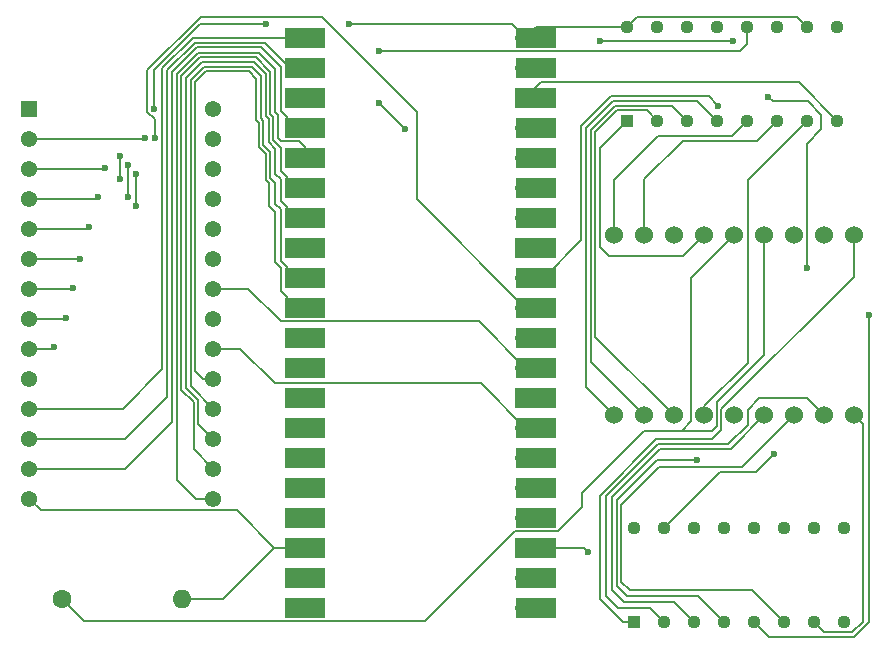
<source format=gbr>
%TF.GenerationSoftware,KiCad,Pcbnew,8.0.0*%
%TF.CreationDate,2025-04-21T08:56:31-05:00*%
%TF.ProjectId,drako-cyberstorm,6472616b-6f2d-4637-9962-657273746f72,2*%
%TF.SameCoordinates,Original*%
%TF.FileFunction,Copper,L1,Top*%
%TF.FilePolarity,Positive*%
%FSLAX46Y46*%
G04 Gerber Fmt 4.6, Leading zero omitted, Abs format (unit mm)*
G04 Created by KiCad (PCBNEW 8.0.0) date 2025-04-21 08:56:31*
%MOMM*%
%LPD*%
G01*
G04 APERTURE LIST*
%TA.AperFunction,ComponentPad*%
%ADD10C,1.600000*%
%TD*%
%TA.AperFunction,ComponentPad*%
%ADD11O,1.600000X1.600000*%
%TD*%
%TA.AperFunction,ComponentPad*%
%ADD12R,1.130000X1.130000*%
%TD*%
%TA.AperFunction,ComponentPad*%
%ADD13C,1.130000*%
%TD*%
%TA.AperFunction,ComponentPad*%
%ADD14R,1.378000X1.378000*%
%TD*%
%TA.AperFunction,ComponentPad*%
%ADD15C,1.378000*%
%TD*%
%TA.AperFunction,ComponentPad*%
%ADD16O,1.700000X1.700000*%
%TD*%
%TA.AperFunction,SMDPad,CuDef*%
%ADD17R,3.500000X1.700000*%
%TD*%
%TA.AperFunction,ComponentPad*%
%ADD18R,1.700000X1.700000*%
%TD*%
%TA.AperFunction,ComponentPad*%
%ADD19C,1.524000*%
%TD*%
%TA.AperFunction,ViaPad*%
%ADD20C,0.600000*%
%TD*%
%TA.AperFunction,Conductor*%
%ADD21C,0.200000*%
%TD*%
G04 APERTURE END LIST*
D10*
%TO.P,R1,1*%
%TO.N,Net-(Dual-7-Seg1-GND_{1})*%
X80670000Y-99250000D03*
D11*
%TO.P,R1,2*%
%TO.N,Net-(U2-GND)*%
X90830000Y-99250000D03*
%TD*%
D12*
%TO.P,U3,1,QB*%
%TO.N,Net-(Dual-7-Seg1-B_{1})*%
X128550000Y-58757500D03*
D13*
%TO.P,U3,2,QC*%
%TO.N,Net-(Dual-7-Seg1-C_{1})*%
X131090000Y-58757500D03*
%TO.P,U3,3,QD*%
%TO.N,Net-(Dual-7-Seg1-D_{1})*%
X133630000Y-58757500D03*
%TO.P,U3,4,QE*%
%TO.N,Net-(Dual-7-Seg1-E_{1})*%
X136170000Y-58757500D03*
%TO.P,U3,5,QF*%
%TO.N,Net-(Dual-7-Seg1-F_{1})*%
X138710000Y-58757500D03*
%TO.P,U3,6,QG*%
%TO.N,Net-(Dual-7-Seg1-G_{1})*%
X141250000Y-58757500D03*
%TO.P,U3,7,QH*%
%TO.N,Net-(Dual-7-Seg1-DP_{1})*%
X143790000Y-58757500D03*
%TO.P,U3,8,GND*%
%TO.N,Net-(U2-GND)*%
X146330000Y-58757500D03*
%TO.P,U3,9,QH'*%
%TO.N,Net-(U3-QH')*%
X146330000Y-50817500D03*
%TO.P,U3,10,~{SRCLR}*%
%TO.N,Net-(U1-VBUS)*%
X143790000Y-50817500D03*
%TO.P,U3,11,SRCLK*%
%TO.N,/DATA3*%
X141250000Y-50817500D03*
%TO.P,U3,12,RCLK*%
%TO.N,/DATA1*%
X138710000Y-50817500D03*
%TO.P,U3,13,~{OE}*%
%TO.N,Net-(U1-GPIO27_ADC1)*%
X136170000Y-50817500D03*
%TO.P,U3,14,SER*%
%TO.N,/DATA2*%
X133630000Y-50817500D03*
%TO.P,U3,15,QA*%
%TO.N,Net-(Dual-7-Seg1-A_{1})*%
X131090000Y-50817500D03*
%TO.P,U3,16,VCC*%
%TO.N,Net-(U1-VBUS)*%
X128550000Y-50817500D03*
%TD*%
D14*
%TO.P,U2,1*%
%TO.N,N/C*%
X77942500Y-57740000D03*
D15*
%TO.P,U2,2,A12*%
%TO.N,/A12*%
X77942500Y-60280000D03*
%TO.P,U2,3,A7*%
%TO.N,/A7*%
X77942500Y-62820000D03*
%TO.P,U2,4,A6*%
%TO.N,/A6*%
X77942500Y-65360000D03*
%TO.P,U2,5,A5*%
%TO.N,/A5*%
X77942500Y-67900000D03*
%TO.P,U2,6,A4*%
%TO.N,/A4*%
X77942500Y-70440000D03*
%TO.P,U2,7,A3*%
%TO.N,/A3*%
X77942500Y-72980000D03*
%TO.P,U2,8,A2*%
%TO.N,/A2*%
X77942500Y-75520000D03*
%TO.P,U2,9,A1*%
%TO.N,/A1*%
X77942500Y-78060000D03*
%TO.P,U2,10,A0*%
%TO.N,/A0*%
X77942500Y-80600000D03*
%TO.P,U2,11,I/O0*%
%TO.N,/DATA0*%
X77942500Y-83140000D03*
%TO.P,U2,12,I/O1*%
%TO.N,/DATA1*%
X77942500Y-85680000D03*
%TO.P,U2,13,I/O2*%
%TO.N,/DATA2*%
X77942500Y-88220000D03*
%TO.P,U2,14,GND*%
%TO.N,Net-(U2-GND)*%
X77942500Y-90760000D03*
%TO.P,U2,15,I/O3*%
%TO.N,/DATA3*%
X93500000Y-90760000D03*
%TO.P,U2,16,I/O4*%
%TO.N,/DATA4*%
X93500000Y-88220000D03*
%TO.P,U2,17,I/O5*%
%TO.N,/DATA5*%
X93500000Y-85680000D03*
%TO.P,U2,18,I/O6*%
%TO.N,/DATA6*%
X93500000Y-83140000D03*
%TO.P,U2,19,I/O7*%
%TO.N,/DATA7*%
X93500000Y-80600000D03*
%TO.P,U2,20,~{CE}*%
%TO.N,Net-(U1-GPIO21)*%
X93500000Y-78060000D03*
%TO.P,U2,21,A10*%
%TO.N,/A10*%
X93500000Y-75520000D03*
%TO.P,U2,22,~{OE}*%
%TO.N,Net-(U1-GPIO22)*%
X93500000Y-72980000D03*
%TO.P,U2,23,A11*%
%TO.N,/A11*%
X93500000Y-70440000D03*
%TO.P,U2,24,A9*%
%TO.N,/A9*%
X93500000Y-67900000D03*
%TO.P,U2,25,A8*%
%TO.N,/A8*%
X93500000Y-65360000D03*
%TO.P,U2,26*%
%TO.N,N/C*%
X93500000Y-62820000D03*
%TO.P,U2,27,~{WE}*%
%TO.N,Net-(U1-GPIO26_ADC0)*%
X93500000Y-60280000D03*
%TO.P,U2,28,VCC*%
%TO.N,Net-(U1-VBUS)*%
X93500000Y-57740000D03*
%TD*%
D12*
%TO.P,U4,1,QB*%
%TO.N,Net-(Dual-7-Seg1-B_{2})*%
X129110000Y-101197500D03*
D13*
%TO.P,U4,2,QC*%
%TO.N,Net-(Dual-7-Seg1-C_{2})*%
X131650000Y-101197500D03*
%TO.P,U4,3,QD*%
%TO.N,Net-(Dual-7-Seg1-D_{2})*%
X134190000Y-101197500D03*
%TO.P,U4,4,QE*%
%TO.N,Net-(Dual-7-Seg1-E_{2})*%
X136730000Y-101197500D03*
%TO.P,U4,5,QF*%
%TO.N,Net-(Dual-7-Seg1-F_{2})*%
X139270000Y-101197500D03*
%TO.P,U4,6,QG*%
%TO.N,Net-(Dual-7-Seg1-G_{2})*%
X141810000Y-101197500D03*
%TO.P,U4,7,QH*%
%TO.N,Net-(Dual-7-Seg1-DP_{2})*%
X144350000Y-101197500D03*
%TO.P,U4,8,GND*%
%TO.N,Net-(U2-GND)*%
X146890000Y-101197500D03*
%TO.P,U4,9,QH'*%
%TO.N,unconnected-(U4-QH'-Pad9)*%
X146890000Y-93257500D03*
%TO.P,U4,10,~{SRCLR}*%
%TO.N,Net-(U1-VBUS)*%
X144350000Y-93257500D03*
%TO.P,U4,11,SRCLK*%
%TO.N,/DATA3*%
X141810000Y-93257500D03*
%TO.P,U4,12,RCLK*%
%TO.N,Net-(U3-QH')*%
X139270000Y-93257500D03*
%TO.P,U4,13,~{OE}*%
%TO.N,Net-(U1-GPIO27_ADC1)*%
X136730000Y-93257500D03*
%TO.P,U4,14,SER*%
%TO.N,/DATA2*%
X134190000Y-93257500D03*
%TO.P,U4,15,QA*%
%TO.N,Net-(Dual-7-Seg1-A_{2})*%
X131650000Y-93257500D03*
%TO.P,U4,16,VCC*%
%TO.N,Net-(U1-VBUS)*%
X129110000Y-93257500D03*
%TD*%
D16*
%TO.P,U1,1,GPIO0*%
%TO.N,/DATA0*%
X102160000Y-51730000D03*
D17*
X101260000Y-51730000D03*
D16*
%TO.P,U1,2,GPIO1*%
%TO.N,/DATA1*%
X102160000Y-54270000D03*
D17*
X101260000Y-54270000D03*
D18*
%TO.P,U1,3,GND*%
%TO.N,Net-(U2-GND)*%
X102160000Y-56810000D03*
D17*
X101260000Y-56810000D03*
D16*
%TO.P,U1,4,GPIO2*%
%TO.N,/DATA2*%
X102160000Y-59350000D03*
D17*
X101260000Y-59350000D03*
D16*
%TO.P,U1,5,GPIO3*%
%TO.N,/DATA3*%
X102160000Y-61890000D03*
D17*
X101260000Y-61890000D03*
D16*
%TO.P,U1,6,GPIO4*%
%TO.N,/DATA4*%
X102160000Y-64430000D03*
D17*
X101260000Y-64430000D03*
D16*
%TO.P,U1,7,GPIO5*%
%TO.N,/DATA5*%
X102160000Y-66970000D03*
D17*
X101260000Y-66970000D03*
D18*
%TO.P,U1,8,GND*%
%TO.N,Net-(U2-GND)*%
X102160000Y-69510000D03*
D17*
X101260000Y-69510000D03*
D16*
%TO.P,U1,9,GPIO6*%
%TO.N,/DATA6*%
X102160000Y-72050000D03*
D17*
X101260000Y-72050000D03*
D16*
%TO.P,U1,10,GPIO7*%
%TO.N,/DATA7*%
X102160000Y-74590000D03*
D17*
X101260000Y-74590000D03*
D16*
%TO.P,U1,11,GPIO8*%
%TO.N,/A0*%
X102160000Y-77130000D03*
D17*
X101260000Y-77130000D03*
D16*
%TO.P,U1,12,GPIO9*%
%TO.N,/A1*%
X102160000Y-79670000D03*
D17*
X101260000Y-79670000D03*
D18*
%TO.P,U1,13,GND*%
%TO.N,unconnected-(U1-GND-Pad13)*%
X102160000Y-82210000D03*
D17*
X101260000Y-82210000D03*
D16*
%TO.P,U1,14,GPIO10*%
%TO.N,/A2*%
X102160000Y-84750000D03*
D17*
X101260000Y-84750000D03*
D16*
%TO.P,U1,15,GPIO11*%
%TO.N,/A3*%
X102160000Y-87290000D03*
D17*
X101260000Y-87290000D03*
D16*
%TO.P,U1,16,GPIO12*%
%TO.N,/A4*%
X102160000Y-89830000D03*
D17*
X101260000Y-89830000D03*
D16*
%TO.P,U1,17,GPIO13*%
%TO.N,/A5*%
X102160000Y-92370000D03*
D17*
X101260000Y-92370000D03*
D18*
%TO.P,U1,18,GND*%
%TO.N,Net-(U2-GND)*%
X102160000Y-94910000D03*
D17*
X101260000Y-94910000D03*
D16*
%TO.P,U1,19,GPIO14*%
%TO.N,/A6*%
X102160000Y-97450000D03*
D17*
X101260000Y-97450000D03*
D16*
%TO.P,U1,20,GPIO15*%
%TO.N,/A7*%
X102160000Y-99990000D03*
D17*
X101260000Y-99990000D03*
D16*
%TO.P,U1,21,GPIO16*%
%TO.N,/A8*%
X119940000Y-99990000D03*
D17*
X120840000Y-99990000D03*
D16*
%TO.P,U1,22,GPIO17*%
%TO.N,/A9*%
X119940000Y-97450000D03*
D17*
X120840000Y-97450000D03*
D18*
%TO.P,U1,23,GND*%
%TO.N,Net-(U2-GND)*%
X119940000Y-94910000D03*
D17*
X120840000Y-94910000D03*
D16*
%TO.P,U1,24,GPIO18*%
%TO.N,/A10*%
X119940000Y-92370000D03*
D17*
X120840000Y-92370000D03*
D16*
%TO.P,U1,25,GPIO19*%
%TO.N,/A11*%
X119940000Y-89830000D03*
D17*
X120840000Y-89830000D03*
D16*
%TO.P,U1,26,GPIO20*%
%TO.N,/A12*%
X119940000Y-87290000D03*
D17*
X120840000Y-87290000D03*
D16*
%TO.P,U1,27,GPIO21*%
%TO.N,Net-(U1-GPIO21)*%
X119940000Y-84750000D03*
D17*
X120840000Y-84750000D03*
D18*
%TO.P,U1,28,GND*%
%TO.N,Net-(U2-GND)*%
X119940000Y-82210000D03*
D17*
X120840000Y-82210000D03*
D16*
%TO.P,U1,29,GPIO22*%
%TO.N,Net-(U1-GPIO22)*%
X119940000Y-79670000D03*
D17*
X120840000Y-79670000D03*
D16*
%TO.P,U1,30,RUN*%
%TO.N,unconnected-(U1-RUN-Pad30)*%
X119940000Y-77130000D03*
D17*
X120840000Y-77130000D03*
D16*
%TO.P,U1,31,GPIO26_ADC0*%
%TO.N,Net-(U1-GPIO26_ADC0)*%
X119940000Y-74590000D03*
D17*
X120840000Y-74590000D03*
D16*
%TO.P,U1,32,GPIO27_ADC1*%
%TO.N,Net-(U1-GPIO27_ADC1)*%
X119940000Y-72050000D03*
D17*
X120840000Y-72050000D03*
D18*
%TO.P,U1,33,AGND*%
%TO.N,unconnected-(U1-AGND-Pad33)*%
X119940000Y-69510000D03*
D17*
X120840000Y-69510000D03*
D16*
%TO.P,U1,34,GPIO28_ADC2*%
%TO.N,unconnected-(U1-GPIO28_ADC2-Pad34)*%
X119940000Y-66970000D03*
D17*
X120840000Y-66970000D03*
D16*
%TO.P,U1,35,ADC_VREF*%
%TO.N,unconnected-(U1-ADC_VREF-Pad35)*%
X119940000Y-64430000D03*
D17*
X120840000Y-64430000D03*
D16*
%TO.P,U1,36,3V3*%
%TO.N,unconnected-(U1-3V3-Pad36)*%
X119940000Y-61890000D03*
D17*
X120840000Y-61890000D03*
D16*
%TO.P,U1,37,3V3_EN*%
%TO.N,unconnected-(U1-3V3_EN-Pad37)*%
X119940000Y-59350000D03*
D17*
X120840000Y-59350000D03*
D18*
%TO.P,U1,38,GND*%
%TO.N,Net-(U2-GND)*%
X119940000Y-56810000D03*
D17*
X120840000Y-56810000D03*
D16*
%TO.P,U1,39,VSYS*%
%TO.N,unconnected-(U1-VSYS-Pad39)*%
X119940000Y-54270000D03*
D17*
X120840000Y-54270000D03*
D16*
%TO.P,U1,40,VBUS*%
%TO.N,Net-(U1-VBUS)*%
X119940000Y-51730000D03*
D17*
X120840000Y-51730000D03*
%TD*%
D19*
%TO.P,Dual-7-Seg1,1,E_{1}*%
%TO.N,Net-(Dual-7-Seg1-E_{1})*%
X127440000Y-83720000D03*
%TO.P,Dual-7-Seg1,2,D_{1}*%
%TO.N,Net-(Dual-7-Seg1-D_{1})*%
X129980000Y-83720000D03*
%TO.P,Dual-7-Seg1,3,C_{1}*%
%TO.N,Net-(Dual-7-Seg1-C_{1})*%
X132520000Y-83720000D03*
%TO.P,Dual-7-Seg1,4,DP_{1}*%
%TO.N,Net-(Dual-7-Seg1-DP_{1})*%
X135060000Y-83720000D03*
%TO.P,Dual-7-Seg1,5,E_{2}*%
%TO.N,Net-(Dual-7-Seg1-E_{2})*%
X137600000Y-83720000D03*
%TO.P,Dual-7-Seg1,6,D_{2}*%
%TO.N,Net-(Dual-7-Seg1-D_{2})*%
X140140000Y-83720000D03*
%TO.P,Dual-7-Seg1,7,G_{2}*%
%TO.N,Net-(Dual-7-Seg1-G_{2})*%
X142680000Y-83720000D03*
%TO.P,Dual-7-Seg1,8,C_{2}*%
%TO.N,Net-(Dual-7-Seg1-C_{2})*%
X145220000Y-83720000D03*
%TO.P,Dual-7-Seg1,9,DP_{2}*%
%TO.N,Net-(Dual-7-Seg1-DP_{2})*%
X147760000Y-83720000D03*
%TO.P,Dual-7-Seg1,10,B_{2}*%
%TO.N,Net-(Dual-7-Seg1-B_{2})*%
X147760000Y-68480000D03*
%TO.P,Dual-7-Seg1,11,A_{2}*%
%TO.N,Net-(Dual-7-Seg1-A_{2})*%
X145220000Y-68480000D03*
%TO.P,Dual-7-Seg1,12,F_{2}*%
%TO.N,Net-(Dual-7-Seg1-F_{2})*%
X142680000Y-68480000D03*
%TO.P,Dual-7-Seg1,13,GND_{2}*%
%TO.N,Net-(Dual-7-Seg1-GND_{1})*%
X140140000Y-68480000D03*
%TO.P,Dual-7-Seg1,14,GND_{1}*%
X137600000Y-68480000D03*
%TO.P,Dual-7-Seg1,15,B_{1}*%
%TO.N,Net-(Dual-7-Seg1-B_{1})*%
X135060000Y-68480000D03*
%TO.P,Dual-7-Seg1,16,A_{1}*%
%TO.N,Net-(Dual-7-Seg1-A_{1})*%
X132520000Y-68480000D03*
%TO.P,Dual-7-Seg1,17,G_{1}*%
%TO.N,Net-(Dual-7-Seg1-G_{1})*%
X129980000Y-68480000D03*
%TO.P,Dual-7-Seg1,18,F_{1}*%
%TO.N,Net-(Dual-7-Seg1-F_{1})*%
X127440000Y-68480000D03*
%TD*%
D20*
%TO.N,Net-(U1-VBUS)*%
X98000000Y-50580000D03*
X105019942Y-50569404D03*
X88500000Y-57750000D03*
%TO.N,Net-(U1-GPIO27_ADC1)*%
X136250000Y-57500000D03*
%TO.N,Net-(U2-GND)*%
X125250000Y-95250000D03*
X107500000Y-57250000D03*
X109750000Y-59500000D03*
%TO.N,Net-(Dual-7-Seg1-A_{2})*%
X141000000Y-87000000D03*
%TO.N,Net-(Dual-7-Seg1-E_{2})*%
X134500000Y-87500000D03*
%TO.N,Net-(Dual-7-Seg1-F_{2})*%
X149000000Y-75250000D03*
%TO.N,/DATA1*%
X107510172Y-52894395D03*
%TO.N,/DATA3*%
X143750000Y-71250000D03*
X137500000Y-52000000D03*
X126250000Y-52000000D03*
X140500000Y-56750000D03*
%TO.N,/A1*%
X80000000Y-77957500D03*
%TO.N,/A5*%
X83000000Y-67750000D03*
%TO.N,/A12*%
X87750000Y-60250000D03*
%TO.N,/A7*%
X84350000Y-62750000D03*
%TO.N,/A3*%
X81600000Y-72957500D03*
%TO.N,/A11*%
X87000000Y-66000000D03*
X87000000Y-63250000D03*
%TO.N,/A9*%
X85600000Y-61775001D03*
X85575735Y-63674265D03*
%TO.N,/A10*%
X86250000Y-65250000D03*
X86250000Y-62500000D03*
%TO.N,/A2*%
X81000000Y-75457500D03*
%TO.N,/A4*%
X82250000Y-70500000D03*
%TO.N,/A6*%
X83750000Y-65250000D03*
%TO.N,Net-(U1-GPIO26_ADC0)*%
X88550003Y-60250000D03*
%TD*%
D21*
%TO.N,Net-(U1-VBUS)*%
X142925000Y-49952500D02*
X143790000Y-50817500D01*
X105019942Y-50569404D02*
X118779404Y-50569404D01*
X120852500Y-50817500D02*
X128550000Y-50817500D01*
X98000000Y-50580000D02*
X92394514Y-50580000D01*
X92394514Y-50580000D02*
X88500000Y-54474514D01*
X88500000Y-54474514D02*
X88500000Y-57750000D01*
X119940000Y-51730000D02*
X120852500Y-50817500D01*
X129415000Y-49952500D02*
X142925000Y-49952500D01*
X118779404Y-50569404D02*
X119940000Y-51730000D01*
X128550000Y-50817500D02*
X129415000Y-49952500D01*
%TO.N,Net-(U1-GPIO27_ADC1)*%
X127176128Y-56692500D02*
X124650000Y-59218630D01*
X135442500Y-56692500D02*
X127176128Y-56692500D01*
X124650000Y-68900000D02*
X121500000Y-72050000D01*
X124650000Y-59218630D02*
X124650000Y-68900000D01*
X136250000Y-57500000D02*
X135442500Y-56692500D01*
X121500000Y-72050000D02*
X119940000Y-72050000D01*
%TO.N,Net-(U2-GND)*%
X94320000Y-99250000D02*
X90830000Y-99250000D01*
X124910000Y-94910000D02*
X119940000Y-94910000D01*
X95499000Y-91749000D02*
X98660000Y-94910000D01*
X78931500Y-91749000D02*
X95499000Y-91749000D01*
X98660000Y-94910000D02*
X94320000Y-99250000D01*
X98660000Y-94910000D02*
X102160000Y-94910000D01*
X119940000Y-56810000D02*
X121250000Y-55500000D01*
X107500000Y-57250000D02*
X109750000Y-59500000D01*
X77942500Y-90760000D02*
X78931500Y-91749000D01*
X125250000Y-95250000D02*
X124910000Y-94910000D01*
X143072500Y-55500000D02*
X146330000Y-58757500D01*
X121250000Y-55500000D02*
X143072500Y-55500000D01*
%TO.N,Net-(Dual-7-Seg1-A_{2})*%
X139500000Y-88500000D02*
X141000000Y-87000000D01*
X136407500Y-88500000D02*
X139500000Y-88500000D01*
X131650000Y-93257500D02*
X136407500Y-88500000D01*
%TO.N,Net-(Dual-7-Seg1-F_{1})*%
X131188407Y-60061593D02*
X127440000Y-63810000D01*
X138710000Y-58757500D02*
X137405907Y-60061593D01*
X127440000Y-63810000D02*
X127440000Y-68480000D01*
X137405907Y-60061593D02*
X131188407Y-60061593D01*
%TO.N,Net-(Dual-7-Seg1-B_{2})*%
X136538000Y-84962000D02*
X136538000Y-83212000D01*
X129110000Y-101197500D02*
X128197500Y-101197500D01*
X136538000Y-83212000D02*
X147760000Y-71990000D01*
X147760000Y-71990000D02*
X147760000Y-68480000D01*
X126250000Y-99250000D02*
X126250000Y-90500000D01*
X135750000Y-85750000D02*
X136538000Y-84962000D01*
X126250000Y-90500000D02*
X131000000Y-85750000D01*
X131000000Y-85750000D02*
X135750000Y-85750000D01*
X128197500Y-101197500D02*
X126250000Y-99250000D01*
%TO.N,Net-(Dual-7-Seg1-E_{2})*%
X134532500Y-99000000D02*
X128500000Y-99000000D01*
X128500000Y-99000000D02*
X127650000Y-98150000D01*
X127650000Y-98150000D02*
X127650000Y-90900000D01*
X136730000Y-101197500D02*
X134532500Y-99000000D01*
X131050000Y-87500000D02*
X134500000Y-87500000D01*
X127650000Y-90900000D02*
X131050000Y-87500000D01*
%TO.N,Net-(Dual-7-Seg1-G_{2})*%
X138300000Y-88100000D02*
X142680000Y-83720000D01*
X139112500Y-98500000D02*
X128750000Y-98500000D01*
X141810000Y-101197500D02*
X139112500Y-98500000D01*
X128050000Y-91300000D02*
X131250000Y-88100000D01*
X128750000Y-98500000D02*
X128050000Y-97800000D01*
X131250000Y-88100000D02*
X138300000Y-88100000D01*
X128050000Y-97800000D02*
X128050000Y-91300000D01*
%TO.N,Net-(Dual-7-Seg1-DP_{1})*%
X143790000Y-58757500D02*
X138750000Y-63797500D01*
X135060000Y-82940000D02*
X135060000Y-83720000D01*
X138750000Y-63797500D02*
X138750000Y-79250000D01*
X138750000Y-79250000D02*
X135060000Y-82940000D01*
%TO.N,Net-(Dual-7-Seg1-GND_{1})*%
X133998000Y-84159895D02*
X133998000Y-72082000D01*
X124750000Y-90250000D02*
X130000000Y-85000000D01*
X130000000Y-85000000D02*
X133157895Y-85000000D01*
X124750000Y-91500000D02*
X124750000Y-90250000D01*
X136138000Y-84612000D02*
X136138000Y-82612000D01*
X122730000Y-93520000D02*
X124750000Y-91500000D01*
X135750000Y-85000000D02*
X136138000Y-84612000D01*
X140140000Y-78610000D02*
X140140000Y-68480000D01*
X119030000Y-93520000D02*
X122730000Y-93520000D01*
X133157895Y-85000000D02*
X135750000Y-85000000D01*
X111410000Y-101140000D02*
X119030000Y-93520000D01*
X80670000Y-99250000D02*
X82560000Y-101140000D01*
X133998000Y-72082000D02*
X137600000Y-68480000D01*
X82560000Y-101140000D02*
X111410000Y-101140000D01*
X136138000Y-82612000D02*
X140140000Y-78610000D01*
X133157895Y-85000000D02*
X133998000Y-84159895D01*
%TO.N,Net-(Dual-7-Seg1-DP_{2})*%
X148500000Y-84460000D02*
X147760000Y-83720000D01*
X144350000Y-101197500D02*
X145215000Y-102062500D01*
X148500000Y-101184314D02*
X148500000Y-84460000D01*
X147621814Y-102062500D02*
X148500000Y-101184314D01*
X145215000Y-102062500D02*
X147621814Y-102062500D01*
%TO.N,Net-(Dual-7-Seg1-E_{1})*%
X136170000Y-58757500D02*
X134505000Y-57092500D01*
X127341814Y-57092500D02*
X125050000Y-59384315D01*
X125050000Y-59384315D02*
X125050000Y-81330000D01*
X134505000Y-57092500D02*
X127341814Y-57092500D01*
X125050000Y-81330000D02*
X127440000Y-83720000D01*
%TO.N,Net-(Dual-7-Seg1-C_{2})*%
X137100000Y-86150000D02*
X138750000Y-84500000D01*
X126750000Y-90565686D02*
X131165686Y-86150000D01*
X131650000Y-101197500D02*
X130452500Y-100000000D01*
X131165686Y-86150000D02*
X137100000Y-86150000D01*
X138750000Y-84500000D02*
X138750000Y-83250000D01*
X130452500Y-100000000D02*
X127750000Y-100000000D01*
X138750000Y-83250000D02*
X139750000Y-82250000D01*
X127750000Y-100000000D02*
X126750000Y-99000000D01*
X126750000Y-99000000D02*
X126750000Y-90565686D01*
X143750000Y-82250000D02*
X145220000Y-83720000D01*
X139750000Y-82250000D02*
X143750000Y-82250000D01*
%TO.N,Net-(Dual-7-Seg1-B_{1})*%
X126250000Y-69500000D02*
X127000000Y-70250000D01*
X128550000Y-58757500D02*
X126250000Y-61057500D01*
X127000000Y-70250000D02*
X133290000Y-70250000D01*
X133290000Y-70250000D02*
X135060000Y-68480000D01*
X126250000Y-61057500D02*
X126250000Y-69500000D01*
%TO.N,Net-(Dual-7-Seg1-D_{2})*%
X134190000Y-101197500D02*
X132492500Y-99500000D01*
X127250000Y-98500000D02*
X127250000Y-90631372D01*
X131331372Y-86550000D02*
X137310000Y-86550000D01*
X132492500Y-99500000D02*
X128250000Y-99500000D01*
X127250000Y-90631372D02*
X131331372Y-86550000D01*
X128250000Y-99500000D02*
X127250000Y-98500000D01*
X137310000Y-86550000D02*
X140140000Y-83720000D01*
%TO.N,Net-(Dual-7-Seg1-D_{1})*%
X132365000Y-57492500D02*
X127507500Y-57492500D01*
X125450000Y-79190000D02*
X129980000Y-83720000D01*
X125450000Y-59550000D02*
X125450000Y-79190000D01*
X127507500Y-57492500D02*
X125450000Y-59550000D01*
X133630000Y-58757500D02*
X132365000Y-57492500D01*
%TO.N,Net-(Dual-7-Seg1-F_{2})*%
X140572500Y-102500000D02*
X147000000Y-102500000D01*
X147750000Y-102500000D02*
X149000000Y-101250000D01*
X139270000Y-101197500D02*
X140572500Y-102500000D01*
X149000000Y-101250000D02*
X149000000Y-75250000D01*
X147000000Y-102500000D02*
X147750000Y-102500000D01*
%TO.N,Net-(Dual-7-Seg1-G_{1})*%
X139545907Y-60461593D02*
X133250000Y-60461593D01*
X129980000Y-63731593D02*
X129980000Y-68480000D01*
X133250000Y-60461593D02*
X129980000Y-63731593D01*
X141250000Y-58757500D02*
X139545907Y-60461593D01*
%TO.N,/DATA6*%
X98750000Y-64000000D02*
X98350000Y-63600000D01*
X92734314Y-54200000D02*
X91600000Y-55334314D01*
X98350000Y-63600000D02*
X98350000Y-61400000D01*
X96750000Y-54200000D02*
X92734314Y-54200000D01*
X91600000Y-55334314D02*
X91600000Y-81240000D01*
X97550000Y-58562741D02*
X97550000Y-55000000D01*
X99210000Y-66250000D02*
X98750000Y-65790000D01*
X100600000Y-72050000D02*
X99210000Y-70660000D01*
X97750000Y-60800000D02*
X97750000Y-58762741D01*
X91600000Y-81240000D02*
X93500000Y-83140000D01*
X97550000Y-55000000D02*
X96750000Y-54200000D01*
X98350000Y-61400000D02*
X97750000Y-60800000D01*
X97750000Y-58762741D02*
X97550000Y-58562741D01*
X102160000Y-72050000D02*
X100600000Y-72050000D01*
X98750000Y-65790000D02*
X98750000Y-64000000D01*
X99210000Y-70660000D02*
X99210000Y-66250000D01*
%TO.N,/DATA0*%
X85860000Y-83140000D02*
X89200000Y-79800000D01*
X77942500Y-83140000D02*
X85860000Y-83140000D01*
X89200000Y-54340199D02*
X91810199Y-51730000D01*
X89200000Y-79800000D02*
X89200000Y-54340199D01*
X91810199Y-51730000D02*
X102160000Y-51730000D01*
%TO.N,/DATA2*%
X90000000Y-54671571D02*
X92121571Y-52550000D01*
X97510000Y-52550000D02*
X99210000Y-54250000D01*
X99210000Y-57960000D02*
X100600000Y-59350000D01*
X86030000Y-88220000D02*
X90000000Y-84250000D01*
X100600000Y-59350000D02*
X102160000Y-59350000D01*
X92121571Y-52550000D02*
X97510000Y-52550000D01*
X99210000Y-54250000D02*
X99210000Y-57960000D01*
X90000000Y-84250000D02*
X90000000Y-54671571D01*
X77942500Y-88220000D02*
X86030000Y-88220000D01*
%TO.N,/DATA1*%
X89600000Y-82150000D02*
X89600000Y-54505885D01*
X91955886Y-52150000D02*
X97900000Y-52150000D01*
X77942500Y-85680000D02*
X86070000Y-85680000D01*
X138105605Y-52894395D02*
X138710000Y-52290000D01*
X97900000Y-52150000D02*
X100020000Y-54270000D01*
X107510172Y-52894395D02*
X138105605Y-52894395D01*
X100020000Y-54270000D02*
X102160000Y-54270000D01*
X89600000Y-54505885D02*
X91955886Y-52150000D01*
X138710000Y-52290000D02*
X138710000Y-50817500D01*
X86070000Y-85680000D02*
X89600000Y-82150000D01*
%TO.N,/DATA4*%
X98600000Y-58481372D02*
X98600000Y-60415685D01*
X93500000Y-88220000D02*
X91850000Y-86570000D01*
X91850000Y-86570000D02*
X91850000Y-82621372D01*
X92402943Y-53400000D02*
X97100000Y-53400000D01*
X99210000Y-63040000D02*
X100600000Y-64430000D01*
X90800000Y-81571371D02*
X90800000Y-55002943D01*
X100600000Y-64430000D02*
X102160000Y-64430000D01*
X97100000Y-53400000D02*
X98350000Y-54650000D01*
X90800000Y-55002943D02*
X92402943Y-53400000D01*
X99210000Y-61000000D02*
X99210000Y-63040000D01*
X99184315Y-61000000D02*
X99210000Y-61000000D01*
X91850000Y-82621372D02*
X90800000Y-81571371D01*
X98350000Y-54650000D02*
X98350000Y-58231371D01*
X98350000Y-58231371D02*
X98600000Y-58481372D01*
X98600000Y-60415685D02*
X99184315Y-61000000D01*
%TO.N,/DATA3*%
X143750000Y-60750000D02*
X145000000Y-59500000D01*
X145000000Y-58250000D02*
X143872102Y-57122102D01*
X99000000Y-58315686D02*
X99000000Y-60250000D01*
X97394314Y-53000000D02*
X98750000Y-54355686D01*
X99000000Y-60250000D02*
X99250000Y-60500000D01*
X90400000Y-89150000D02*
X90400000Y-54837257D01*
X92010000Y-90760000D02*
X90400000Y-89150000D01*
X93500000Y-90760000D02*
X92010000Y-90760000D01*
X143377898Y-57122102D02*
X140872102Y-57122102D01*
X92237258Y-53000000D02*
X97394314Y-53000000D01*
X90400000Y-54837257D02*
X92237258Y-53000000D01*
X98750000Y-54355686D02*
X98750000Y-58065686D01*
X140872102Y-57122102D02*
X140500000Y-56750000D01*
X99250000Y-60500000D02*
X100770000Y-60500000D01*
X98750000Y-58065686D02*
X99000000Y-58315686D01*
X143872102Y-57122102D02*
X143377898Y-57122102D01*
X126250000Y-52000000D02*
X137500000Y-52000000D01*
X145000000Y-59500000D02*
X145000000Y-58250000D01*
X100770000Y-60500000D02*
X102160000Y-61890000D01*
X143750000Y-71250000D02*
X143750000Y-60750000D01*
%TO.N,/DATA7*%
X92900000Y-54600000D02*
X92000000Y-55500000D01*
X92600000Y-80600000D02*
X93500000Y-80600000D01*
X92000000Y-55500000D02*
X92000000Y-80000000D01*
X92000000Y-80000000D02*
X92600000Y-80600000D01*
X100600000Y-74590000D02*
X99210000Y-73200000D01*
X97350000Y-60965685D02*
X97350000Y-58928427D01*
X102160000Y-74590000D02*
X100600000Y-74590000D01*
X96500000Y-54600000D02*
X92900000Y-54600000D01*
X99210000Y-71225686D02*
X98750000Y-70765685D01*
X97950000Y-63765685D02*
X97950000Y-61565686D01*
X97350000Y-58928427D02*
X97150000Y-58728426D01*
X98217157Y-64032843D02*
X97950000Y-63765685D01*
X97150000Y-55250000D02*
X96500000Y-54600000D01*
X97150000Y-58728426D02*
X97150000Y-55250000D01*
X98750000Y-70765685D02*
X98750000Y-66500000D01*
X97950000Y-61565686D02*
X97350000Y-60965685D01*
X99210000Y-73200000D02*
X99210000Y-71225686D01*
X98750000Y-66500000D02*
X98217157Y-65967157D01*
X98217157Y-65967157D02*
X98217157Y-64032843D01*
%TO.N,/DATA5*%
X91200000Y-81405686D02*
X92250000Y-82455686D01*
X102160000Y-66970000D02*
X100600000Y-66970000D01*
X91200000Y-55168629D02*
X91200000Y-81405686D01*
X98750000Y-63250000D02*
X98750000Y-61131371D01*
X99210000Y-63710000D02*
X98750000Y-63250000D01*
X97950000Y-54815686D02*
X96934314Y-53800000D01*
X97950000Y-58397056D02*
X97950000Y-54815686D01*
X98200000Y-60581370D02*
X98200000Y-58647057D01*
X100600000Y-66970000D02*
X99210000Y-65580000D01*
X98200000Y-58647057D02*
X97950000Y-58397056D01*
X92250000Y-84430000D02*
X93500000Y-85680000D01*
X98750000Y-61131371D02*
X98200000Y-60581370D01*
X99210000Y-65580000D02*
X99210000Y-63710000D01*
X92568628Y-53800000D02*
X91200000Y-55168629D01*
X92250000Y-82455686D02*
X92250000Y-84430000D01*
X96934314Y-53800000D02*
X92568628Y-53800000D01*
%TO.N,/A1*%
X79897500Y-78060000D02*
X77942500Y-78060000D01*
X80000000Y-77957500D02*
X79897500Y-78060000D01*
%TO.N,/A5*%
X83000000Y-67750000D02*
X82850000Y-67900000D01*
X82850000Y-67900000D02*
X77942500Y-67900000D01*
%TO.N,/A12*%
X87750000Y-60250000D02*
X87500000Y-60250000D01*
X87500000Y-60250000D02*
X87470000Y-60280000D01*
X87470000Y-60280000D02*
X77942500Y-60280000D01*
%TO.N,/A7*%
X84350000Y-62750000D02*
X84280000Y-62820000D01*
X84280000Y-62820000D02*
X77942500Y-62820000D01*
%TO.N,/A3*%
X81577500Y-72980000D02*
X77942500Y-72980000D01*
X81600000Y-72957500D02*
X81577500Y-72980000D01*
%TO.N,/A11*%
X87000000Y-66000000D02*
X87000000Y-63250000D01*
%TO.N,/A9*%
X85600000Y-63650000D02*
X85575735Y-63674265D01*
X85600000Y-61775001D02*
X85600000Y-63650000D01*
%TO.N,/A10*%
X86250000Y-62500000D02*
X86250000Y-65250000D01*
%TO.N,/A2*%
X80937500Y-75520000D02*
X77942500Y-75520000D01*
X81000000Y-75457500D02*
X80937500Y-75520000D01*
%TO.N,/A4*%
X81940000Y-70440000D02*
X77942500Y-70440000D01*
X82000000Y-70500000D02*
X81940000Y-70440000D01*
X82250000Y-70500000D02*
X82000000Y-70500000D01*
%TO.N,/A6*%
X83640000Y-65360000D02*
X77942500Y-65360000D01*
X83750000Y-65250000D02*
X83640000Y-65360000D01*
%TO.N,Net-(U1-GPIO26_ADC0)*%
X87900000Y-54508828D02*
X92428828Y-49980000D01*
X110750000Y-58020000D02*
X110750000Y-65400000D01*
X88550003Y-60250000D02*
X88550003Y-58648532D01*
X87900000Y-57998529D02*
X87900000Y-54508828D01*
X88550003Y-58648532D02*
X87900000Y-57998529D01*
X110750000Y-65400000D02*
X119940000Y-74590000D01*
X92428828Y-49980000D02*
X102710000Y-49980000D01*
X102710000Y-49980000D02*
X110750000Y-58020000D01*
%TO.N,Net-(U1-GPIO21)*%
X98750000Y-81000000D02*
X116190000Y-81000000D01*
X116190000Y-81000000D02*
X119940000Y-84750000D01*
X93500000Y-78060000D02*
X95810000Y-78060000D01*
X95810000Y-78060000D02*
X98750000Y-81000000D01*
%TO.N,Net-(U1-GPIO22)*%
X99240000Y-75740000D02*
X116010000Y-75740000D01*
X93500000Y-72980000D02*
X96480000Y-72980000D01*
X116010000Y-75740000D02*
X119940000Y-79670000D01*
X96480000Y-72980000D02*
X99240000Y-75740000D01*
%TO.N,Net-(Dual-7-Seg1-C_{1})*%
X130225000Y-57892500D02*
X127685000Y-57892500D01*
X131090000Y-58757500D02*
X130225000Y-57892500D01*
X127685000Y-57892500D02*
X125850000Y-59727500D01*
X125850000Y-77050000D02*
X132520000Y-83720000D01*
X125850000Y-59727500D02*
X125850000Y-77050000D01*
%TD*%
M02*

</source>
